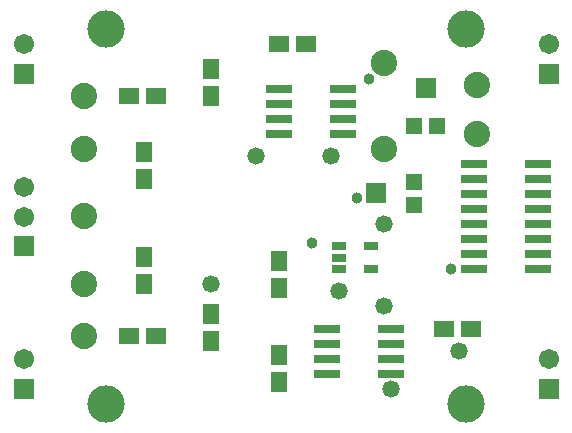
<source format=gbr>
G04 DipTrace 3.3.1.3*
G04 TopMask.gbr*
%MOIN*%
G04 #@! TF.FileFunction,Soldermask,Top*
G04 #@! TF.Part,Single*
%ADD36C,0.125*%
%ADD40C,0.05788*%
%ADD42C,0.03788*%
%ADD44R,0.051187X0.031502*%
%ADD46C,0.08788*%
%ADD48R,0.070872X0.066935*%
%ADD50R,0.066935X0.070872*%
%ADD52R,0.055124X0.055124*%
%ADD54R,0.08662X0.031502*%
%ADD56C,0.06725*%
%ADD58R,0.06725X0.06725*%
%ADD60R,0.05788X0.06788*%
%ADD62R,0.06788X0.05788*%
%FSLAX26Y26*%
G04*
G70*
G90*
G75*
G01*
G04 TopMask*
%LPD*%
D42*
X1275000Y1208031D3*
D40*
X900000Y950000D3*
X750000Y525000D3*
X1150000Y950000D3*
D42*
X1550000Y575000D3*
X1087500Y662500D3*
X1237500Y812500D3*
D40*
X1175000Y500000D3*
X1350000Y175000D3*
X1575000Y300000D3*
X1325000Y450000D3*
Y725000D3*
D62*
X1525000Y375000D3*
X1615000D3*
D60*
X525000Y525000D3*
Y615000D3*
Y875000D3*
Y965000D3*
D36*
X400000Y125000D3*
X1600000D3*
X400000Y1375000D3*
X1600000D3*
D58*
X125000Y650000D3*
D56*
Y748425D3*
Y848425D3*
D58*
Y1225000D3*
D56*
Y1323425D3*
D58*
Y175000D3*
D56*
Y273425D3*
D58*
X1875000Y1225000D3*
D56*
Y1323425D3*
D58*
Y175000D3*
D56*
Y273425D3*
D54*
X1625000Y925000D3*
Y875000D3*
Y825000D3*
Y775000D3*
Y725000D3*
Y675000D3*
Y625000D3*
Y575000D3*
X1837598D3*
Y625000D3*
Y675000D3*
Y725000D3*
Y775000D3*
Y825000D3*
Y875000D3*
Y925000D3*
D62*
X475000Y1150000D3*
X565000D3*
X475000Y350000D3*
X565000D3*
D60*
X750000Y425000D3*
Y335000D3*
Y1150000D3*
Y1240000D3*
D62*
X975000Y1325000D3*
X1065000D3*
D52*
X1425000Y787500D3*
D50*
X1298228Y826870D3*
D52*
X1424960Y866240D3*
X1425000Y1050000D3*
D48*
X1464370Y1176772D3*
D52*
X1503740Y1050040D3*
D60*
X975000Y600000D3*
Y510000D3*
Y287500D3*
Y197500D3*
D46*
X325000Y525000D3*
Y750000D3*
Y975000D3*
Y1150000D3*
Y350000D3*
X1325000Y1262500D3*
Y975000D3*
X1637500Y1025000D3*
Y1187500D3*
D54*
X975000Y1175000D3*
Y1125000D3*
Y1075000D3*
Y1025000D3*
X1187598D3*
Y1075000D3*
Y1125000D3*
Y1175000D3*
X1350000Y225000D3*
Y275000D3*
Y325000D3*
Y375000D3*
X1137402D3*
Y325000D3*
Y275000D3*
Y225000D3*
D44*
X1175000Y650000D3*
Y612598D3*
Y575197D3*
X1281299D3*
Y650000D3*
M02*

</source>
